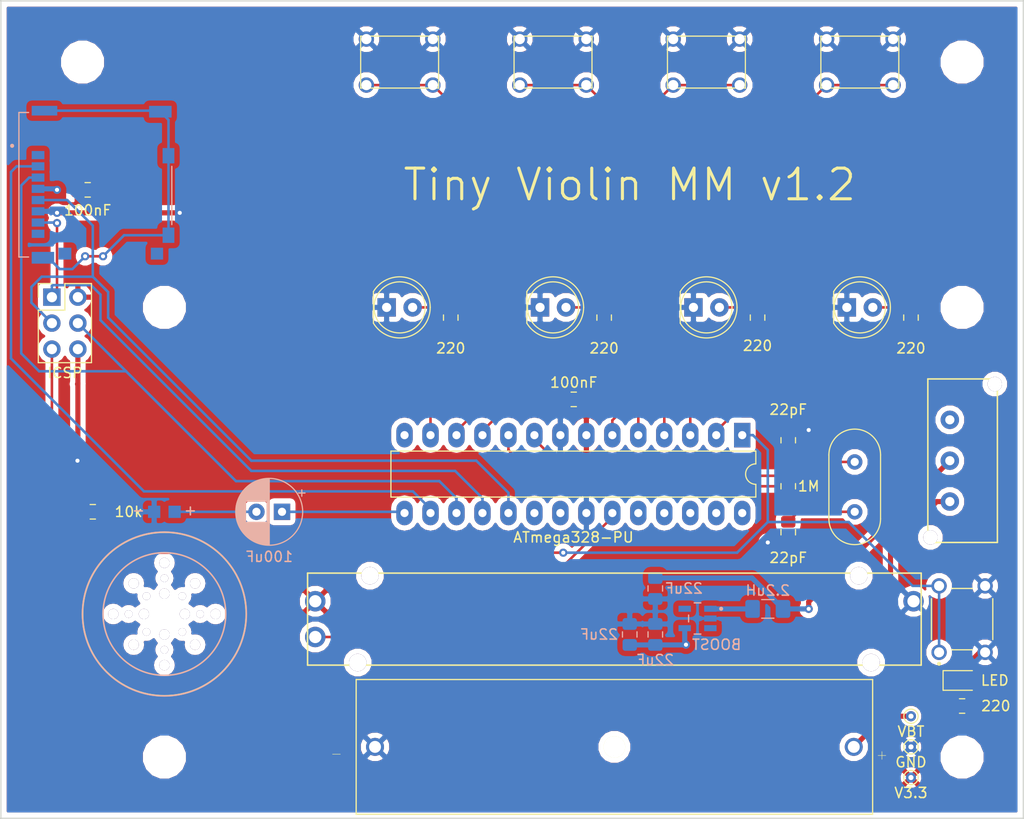
<source format=kicad_pcb>
(kicad_pcb (version 20171130) (host pcbnew "(5.0.0)")
  (layers (0 F.Cu signal) (31 B.Cu signal) (34 B.Paste user) (35 F.Paste user) (36 B.SilkS user) (37 F.SilkS user) (38 B.Mask user) (39 F.Mask user) (44 Edge.Cuts user))
  (net 0 "")
  (net 1 /MOSI)
  (net 2 +3V3)
  (net 3 /SS)
  (net 4 /MISO)
  (net 5 /SCK)
  (net 6 /BOW)
  (net 7 /SPEAKER)
  (net 8 "Net-(C2-Pad1)")
  (net 9 GND)
  (net 10 /~RST)
  (net 11 "Net-(C1-Pad1)")
  (net 12 /PB4)
  (net 13 /PB1)
  (net 14 /PB2)
  (net 15 /PB3)
  (net 16 "Net-(J2-PadP1)")
  (net 17 /BAT)
  (net 18 /BAT1)
  (net 19 "Net-(C10-Pad2)")
  (net 20 /LED1)
  (net 21 /LED2)
  (net 22 /LED3)
  (net 23 /LED4)
  (net 24 "Net-(D3-Pad2)")
  (net 25 "Net-(D4-Pad2)")
  (net 26 "Net-(D5-Pad2)")
  (net 27 "Net-(D6-Pad2)")
  (net 28 /VBOOST)
  (net 29 "Net-(U1-Pad28)")
  (net 30 "Net-(U1-Pad14)")
  (net 31 "Net-(U1-Pad27)")
  (net 32 "Net-(U1-Pad26)")
  (net 33 "Net-(U1-Pad25)")
  (net 34 "Net-(U1-Pad24)")
  (net 35 "Net-(U1-Pad21)")
  (net 36 "Net-(H2-Pad1)")
  (net 37 "Net-(H3-Pad1)")
  (net 38 "Net-(H4-Pad1)")
  (net 39 "Net-(H5-Pad1)")
  (net 40 "Net-(H6-Pad1)")
  (net 41 "Net-(H1-Pad1)")
  (net 42 "Net-(U2-Pad3)")
  (net 43 "Net-(U2-Pad5)")
  (net 44 "Net-(J2-Pad1)")
  (net 45 "Net-(J2-Pad8)")
  (net 46 "Net-(J2-PadSW)")
  (net 47 "Net-(J2-PadDT)")
  (net 48 "Net-(D2-Pad2)")
  (net 49 "Net-(U1-Pad20)")
  (net 50 "Net-(SW1-Pad3)")
  (module Capacitor_THT:CP_Radial_D6.3mm_P2.50mm (layer B.Cu) (at 47.5 70 180)
    (fp_text reference C10 hide)
    (fp_text value 100uF (at 1.25 -4.4 180) (layer B.SilkS) (effects (justify mirror)))
    (pad 2 thru_hole circle (at 2.5 0 180) (size 1.6 1.6) (drill 0.8) (layers *.Cu *.Mask) (net 19 "Net-(C10-Pad2)"))
    (pad 1 thru_hole rect (at 0 0 180) (size 1.6 1.6) (drill 0.8) (layers *.Cu *.Mask) (net 7 /SPEAKER))
  )
  (module Resistor_SMD:R_0805_2012Metric_Pad1.15x1.40mm_HandSolder (layer F.Cu) (at 114 89)
    (fp_text reference R3 hide)
    (fp_text value 220 (at 3.3 0) (layer F.SilkS))
    (pad 2 smd roundrect (at 1.025 0) (size 1.15 1.4) (layers F.Cu F.Paste F.Mask) (roundrect_rratio 0.217391) (net 48 "Net-(D2-Pad2)"))
    (pad 1 smd roundrect (at -1.025 0) (size 1.15 1.4) (layers F.Cu F.Paste F.Mask) (roundrect_rratio 0.217391) (net 2 +3V3))
  )
  (module BAT_BCAAAPC (layer F.Cu) (at 80 93)
    (fp_text reference BT1 hide)
    (fp_text value BCAAAPC hide)
    (fp_text user + (at 26.162 0.762) (layer F.SilkS) (effects (font (thickness 0.05))))
    (fp_text user + (at 26.162 0.762) (layer Edge.Cuts) (effects (font (thickness 0.05))))
    (fp_text user - (at -27.178 0.635) (layer F.SilkS) (effects (font (thickness 0.05))))
    (fp_text user - (at -27.178 0.635) (layer Edge.Cuts) (effects (font (thickness 0.05))))
    (pad N thru_hole circle (at -23.405 0) (size 1.76 1.76) (drill 1.17) (layers *.Cu *.Mask) (net 9 GND))
    (pad P thru_hole circle (at 23.405 0) (size 1.76 1.76) (drill 1.17) (layers *.Cu *.Mask) (net 17 /BAT))
    (pad Hole np_thru_hole circle (at 0 0) (size 2.11 2.11) (drill 2.11) (layers *.Cu *.Mask F.SilkS))
  )
  (module Capacitor_SMD:C_0805_2012Metric_Pad1.15x1.40mm_HandSolder (layer F.Cu) (at 28.5 38.5)
    (fp_text reference C7 hide)
    (fp_text value 100nF (at 0 2) (layer F.SilkS))
    (pad 1 smd roundrect (at -1.025 0) (size 1.15 1.4) (layers F.Cu F.Paste F.Mask) (roundrect_rratio 0.217391) (net 2 +3V3))
    (pad 2 smd roundrect (at 1.025 0) (size 1.15 1.4) (layers F.Cu F.Paste F.Mask) (roundrect_rratio 0.217391) (net 9 GND))
  )
  (module MOLEX_503182-1852 (layer B.Cu) (at 30 38 270)
    (fp_text reference J2 hide)
    (fp_text value 503182-1852 hide)
    (pad 1 smd rect (at -2.9 6.355 270) (size 0.8 1.24) (layers B.Cu B.Paste B.Mask) (net 44 "Net-(J2-Pad1)"))
    (pad 2 smd rect (at -1.8 6.355 270) (size 0.8 1.24) (layers B.Cu B.Paste B.Mask) (net 3 /SS))
    (pad 3 smd rect (at -0.7 6.355 270) (size 0.8 1.24) (layers B.Cu B.Paste B.Mask) (net 1 /MOSI))
    (pad 4 smd rect (at 0.4 6.355 270) (size 0.8 1.24) (layers B.Cu B.Paste B.Mask) (net 2 +3V3))
    (pad 5 smd rect (at 1.5 6.355 270) (size 0.8 1.24) (layers B.Cu B.Paste B.Mask) (net 5 /SCK))
    (pad 6 smd rect (at 2.6 6.355 270) (size 0.8 1.24) (layers B.Cu B.Paste B.Mask) (net 9 GND))
    (pad 7 smd rect (at 3.7 6.355 270) (size 0.8 1.24) (layers B.Cu B.Paste B.Mask) (net 4 /MISO))
    (pad 8 smd rect (at 4.8 6.355 270) (size 0.8 1.24) (layers B.Cu B.Paste B.Mask) (net 45 "Net-(J2-Pad8)"))
    (pad P1 smd rect (at -7.245 5.725 270) (size 0.95 2.5) (layers B.Cu B.Paste B.Mask) (net 16 "Net-(J2-PadP1)"))
    (pad P2 smd rect (at 7.145 5.875 270) (size 1.15 2.2) (layers B.Cu B.Paste B.Mask) (net 16 "Net-(J2-PadP1)"))
    (pad SW smd rect (at 6.74 3.725 270) (size 1.16 1.25) (layers B.Cu B.Paste B.Mask) (net 46 "Net-(J2-PadSW)"))
    (pad DT smd rect (at 6.74 -5.275 270) (size 1.16 1.2) (layers B.Cu B.Paste B.Mask) (net 47 "Net-(J2-PadDT)"))
    (pad P3 smd rect (at -7.145 -5.605 270) (size 1.15 2.2) (layers B.Cu B.Paste B.Mask) (net 16 "Net-(J2-PadP1)"))
    (pad P4 smd rect (at -2.84 -6.4 270) (size 1.5 1.15) (layers B.Cu B.Paste B.Mask) (net 16 "Net-(J2-PadP1)"))
    (pad P5 smd rect (at 4.94 -6.4 270) (size 1.5 1.15) (layers B.Cu B.Paste B.Mask) (net 16 "Net-(J2-PadP1)"))
  )
  (module SOT95P280X145-5N (layer B.Cu) (at 88.129486 80.43653 270)
    (fp_text reference U2 hide)
    (fp_text value BOOST (at 2.56347 -1.870514) (layer B.SilkS) (effects (justify mirror)))
    (pad 1 smd rect (at -0.95 -1.255 270) (size 0.59 1.21) (layers B.Cu B.Paste B.Mask) (net 28 /VBOOST))
    (pad 2 smd rect (at 0 -1.255 270) (size 0.59 1.21) (layers B.Cu B.Paste B.Mask) (net 9 GND))
    (pad 3 smd rect (at 0.95 -1.255 270) (size 0.59 1.21) (layers B.Cu B.Paste B.Mask) (net 42 "Net-(U2-Pad3)"))
    (pad 4 smd rect (at 0.95 1.255 90) (size 0.59 1.21) (layers B.Cu B.Paste B.Mask) (net 2 +3V3))
    (pad 5 smd rect (at -0.95 1.255 90) (size 0.59 1.21) (layers B.Cu B.Paste B.Mask) (net 43 "Net-(U2-Pad5)"))
  )
  (module SW_1825910-7 (layer F.Cu) (at 114 80.5 90)
    (fp_text reference SW2 hide)
    (fp_text value Tactile hide)
    (pad 1 thru_hole circle (at -3.25 -2.25 90) (size 1.498 1.498) (drill 0.99) (layers *.Cu *.Mask) (net 10 /~RST))
    (pad 2 thru_hole circle (at 3.25 -2.25 90) (size 1.498 1.498) (drill 0.99) (layers *.Cu *.Mask) (net 10 /~RST))
    (pad 3 thru_hole circle (at -3.25 2.25 90) (size 1.498 1.498) (drill 0.99) (layers *.Cu *.Mask) (net 9 GND))
    (pad 4 thru_hole circle (at 3.25 2.25 90) (size 1.498 1.498) (drill 0.99) (layers *.Cu *.Mask) (net 9 GND))
  )
  (module TestPoint:TestPoint_Pad_D1.0mm (layer F.Cu) (at 109 96)
    (fp_text reference TP3 hide)
    (fp_text value V3.3 (at 0 1.5) (layer F.SilkS))
    (pad 1 thru_hole circle (at 0 0) (size 1 1) (drill 0.5) (layers *.Cu *.Mask) (net 2 +3V3))
  )
  (module TestPoint:TestPoint_Pad_D1.0mm (layer F.Cu) (at 109 93)
    (fp_text reference TP2 hide)
    (fp_text value GND (at 0 1.5) (layer F.SilkS))
    (pad 1 thru_hole circle (at 0 0) (size 1 1) (drill 0.5) (layers *.Cu *.Mask) (net 9 GND))
  )
  (module TestPoint:TestPoint_Pad_D1.0mm (layer F.Cu) (at 109 90)
    (fp_text reference TP1 hide)
    (fp_text value VBT (at 0 1.5) (layer F.SilkS))
    (pad 1 thru_hole circle (at 0 0) (size 1 1) (drill 0.5) (layers *.Cu *.Mask) (net 17 /BAT))
  )
  (module D6:TL1105 (layer F.Cu) (at 104 26)
    (fp_text reference SW6 hide)
    (fp_text value SW_Push)
    (pad 2 thru_hole circle (at 3.25 -2.25) (size 1.5 1.5) (drill 1) (layers *.Cu *.Mask) (net 9 GND))
    (pad 2 thru_hole circle (at -3.25 -2.25) (size 1.5 1.5) (drill 1) (layers *.Cu *.Mask) (net 9 GND))
    (pad 1 thru_hole circle (at 3.25 2.25) (size 1.5 1.5) (drill 1) (layers *.Cu *.Mask) (net 12 /PB4))
    (pad 1 thru_hole circle (at -3.25 2.25) (size 1.5 1.5) (drill 1) (layers *.Cu *.Mask) (net 12 /PB4))
  )
  (module D6:TL1105 (layer F.Cu) (at 89 26)
    (fp_text reference SW5 hide)
    (fp_text value SW_Push)
    (pad 2 thru_hole circle (at 3.25 -2.25) (size 1.5 1.5) (drill 1) (layers *.Cu *.Mask) (net 9 GND))
    (pad 2 thru_hole circle (at -3.25 -2.25) (size 1.5 1.5) (drill 1) (layers *.Cu *.Mask) (net 9 GND))
    (pad 1 thru_hole circle (at 3.25 2.25) (size 1.5 1.5) (drill 1) (layers *.Cu *.Mask) (net 15 /PB3))
    (pad 1 thru_hole circle (at -3.25 2.25) (size 1.5 1.5) (drill 1) (layers *.Cu *.Mask) (net 15 /PB3))
  )
  (module D6:TL1105 (layer F.Cu) (at 74 26)
    (fp_text reference SW4 hide)
    (fp_text value SW_Push)
    (pad 2 thru_hole circle (at 3.25 -2.25) (size 1.5 1.5) (drill 1) (layers *.Cu *.Mask) (net 9 GND))
    (pad 2 thru_hole circle (at -3.25 -2.25) (size 1.5 1.5) (drill 1) (layers *.Cu *.Mask) (net 9 GND))
    (pad 1 thru_hole circle (at 3.25 2.25) (size 1.5 1.5) (drill 1) (layers *.Cu *.Mask) (net 14 /PB2))
    (pad 1 thru_hole circle (at -3.25 2.25) (size 1.5 1.5) (drill 1) (layers *.Cu *.Mask) (net 14 /PB2))
  )
  (module D6:TL1105 (layer F.Cu) (at 59 26)
    (fp_text reference SW3 hide)
    (fp_text value SW_Push)
    (pad 2 thru_hole circle (at 3.25 -2.25) (size 1.5 1.5) (drill 1) (layers *.Cu *.Mask) (net 9 GND))
    (pad 2 thru_hole circle (at -3.25 -2.25) (size 1.5 1.5) (drill 1) (layers *.Cu *.Mask) (net 9 GND))
    (pad 1 thru_hole circle (at 3.25 2.25) (size 1.5 1.5) (drill 1) (layers *.Cu *.Mask) (net 13 /PB1))
    (pad 1 thru_hole circle (at -3.25 2.25) (size 1.5 1.5) (drill 1) (layers *.Cu *.Mask) (net 13 /PB1))
  )
  (module Resistor_SMD:R_0805_2012Metric_Pad1.15x1.40mm_HandSolder (layer F.Cu) (at 109 51 90)
    (fp_text reference R7 hide)
    (fp_text value 220 (at -3 0 180) (layer F.SilkS))
    (pad 2 smd roundrect (at 1.025 0 90) (size 1.15 1.4) (layers F.Cu F.Paste F.Mask) (roundrect_rratio 0.217391) (net 27 "Net-(D6-Pad2)"))
    (pad 1 smd roundrect (at -1.025 0 90) (size 1.15 1.4) (layers F.Cu F.Paste F.Mask) (roundrect_rratio 0.217391) (net 23 /LED4))
  )
  (module Resistor_SMD:R_0805_2012Metric_Pad1.15x1.40mm_HandSolder (layer F.Cu) (at 94 51 90)
    (fp_text reference R6 hide)
    (fp_text value 220 (at -2.75 0 180) (layer F.SilkS))
    (pad 2 smd roundrect (at 1.025 0 90) (size 1.15 1.4) (layers F.Cu F.Paste F.Mask) (roundrect_rratio 0.217391) (net 26 "Net-(D5-Pad2)"))
    (pad 1 smd roundrect (at -1.025 0 90) (size 1.15 1.4) (layers F.Cu F.Paste F.Mask) (roundrect_rratio 0.217391) (net 22 /LED3))
  )
  (module Resistor_SMD:R_0805_2012Metric_Pad1.15x1.40mm_HandSolder (layer F.Cu) (at 79 51 90)
    (fp_text reference R5 hide)
    (fp_text value 220 (at -3 0 180) (layer F.SilkS))
    (pad 2 smd roundrect (at 1.025 0 90) (size 1.15 1.4) (layers F.Cu F.Paste F.Mask) (roundrect_rratio 0.217391) (net 25 "Net-(D4-Pad2)"))
    (pad 1 smd roundrect (at -1.025 0 90) (size 1.15 1.4) (layers F.Cu F.Paste F.Mask) (roundrect_rratio 0.217391) (net 21 /LED2))
  )
  (module Resistor_SMD:R_0805_2012Metric_Pad1.15x1.40mm_HandSolder (layer F.Cu) (at 64 51 90)
    (fp_text reference R4 hide)
    (fp_text value 220 (at -3 0 180) (layer F.SilkS))
    (pad 2 smd roundrect (at 1.025 0 90) (size 1.15 1.4) (layers F.Cu F.Paste F.Mask) (roundrect_rratio 0.217391) (net 24 "Net-(D3-Pad2)"))
    (pad 1 smd roundrect (at -1.025 0 90) (size 1.15 1.4) (layers F.Cu F.Paste F.Mask) (roundrect_rratio 0.217391) (net 20 /LED1))
  )
  (module LED_THT:LED_D5.0mm (layer F.Cu) (at 102.73 50)
    (fp_text reference D6 hide)
    (fp_text value LED)
    (pad 2 thru_hole circle (at 2.54 0) (size 1.8 1.8) (drill 0.9) (layers *.Cu *.Mask) (net 27 "Net-(D6-Pad2)"))
    (pad 1 thru_hole rect (at 0 0) (size 1.8 1.8) (drill 0.9) (layers *.Cu *.Mask) (net 9 GND))
  )
  (module LED_THT:LED_D5.0mm (layer F.Cu) (at 87.73 50)
    (fp_text reference D5 hide)
    (fp_text value LED)
    (pad 2 thru_hole circle (at 2.54 0) (size 1.8 1.8) (drill 0.9) (layers *.Cu *.Mask) (net 26 "Net-(D5-Pad2)"))
    (pad 1 thru_hole rect (at 0 0) (size 1.8 1.8) (drill 0.9) (layers *.Cu *.Mask) (net 9 GND))
  )
  (module LED_THT:LED_D5.0mm (layer F.Cu) (at 72.73 50)
    (fp_text reference D4 hide)
    (fp_text value LED)
    (pad 2 thru_hole circle (at 2.54 0) (size 1.8 1.8) (drill 0.9) (layers *.Cu *.Mask) (net 25 "Net-(D4-Pad2)"))
    (pad 1 thru_hole rect (at 0 0) (size 1.8 1.8) (drill 0.9) (layers *.Cu *.Mask) (net 9 GND))
  )
  (module LED_THT:LED_D5.0mm (layer F.Cu) (at 57.73 50)
    (fp_text reference D3 hide)
    (fp_text value LED)
    (pad 2 thru_hole circle (at 2.54 0) (size 1.8 1.8) (drill 0.9) (layers *.Cu *.Mask) (net 24 "Net-(D3-Pad2)"))
    (pad 1 thru_hole rect (at 0 0) (size 1.8 1.8) (drill 0.9) (layers *.Cu *.Mask) (net 9 GND))
  )
  (module Package_DIP:DIP-28_W7.62mm_LongPads (layer F.Cu) (at 92.5 62.5 270)
    (fp_text reference U1 hide)
    (fp_text value ATmega328-PU (at 10 16.5) (layer F.SilkS))
    (pad 28 thru_hole oval (at 7.62 0 270) (size 2.4 1.6) (drill 0.8) (layers *.Cu *.Mask) (net 29 "Net-(U1-Pad28)"))
    (pad 14 thru_hole oval (at 0 33.02 270) (size 2.4 1.6) (drill 0.8) (layers *.Cu *.Mask) (net 30 "Net-(U1-Pad14)"))
    (pad 27 thru_hole oval (at 7.62 2.54 270) (size 2.4 1.6) (drill 0.8) (layers *.Cu *.Mask) (net 31 "Net-(U1-Pad27)"))
    (pad 13 thru_hole oval (at 0 30.48 270) (size 2.4 1.6) (drill 0.8) (layers *.Cu *.Mask) (net 20 /LED1))
    (pad 26 thru_hole oval (at 7.62 5.08 270) (size 2.4 1.6) (drill 0.8) (layers *.Cu *.Mask) (net 32 "Net-(U1-Pad26)"))
    (pad 12 thru_hole oval (at 0 27.94 270) (size 2.4 1.6) (drill 0.8) (layers *.Cu *.Mask) (net 13 /PB1))
    (pad 25 thru_hole oval (at 7.62 7.62 270) (size 2.4 1.6) (drill 0.8) (layers *.Cu *.Mask) (net 33 "Net-(U1-Pad25)"))
    (pad 11 thru_hole oval (at 0 25.4 270) (size 2.4 1.6) (drill 0.8) (layers *.Cu *.Mask) (net 21 /LED2))
    (pad 24 thru_hole oval (at 7.62 10.16 270) (size 2.4 1.6) (drill 0.8) (layers *.Cu *.Mask) (net 34 "Net-(U1-Pad24)"))
    (pad 10 thru_hole oval (at 0 22.86 270) (size 2.4 1.6) (drill 0.8) (layers *.Cu *.Mask) (net 11 "Net-(C1-Pad1)"))
    (pad 23 thru_hole oval (at 7.62 12.7 270) (size 2.4 1.6) (drill 0.8) (layers *.Cu *.Mask) (net 6 /BOW))
    (pad 9 thru_hole oval (at 0 20.32 270) (size 2.4 1.6) (drill 0.8) (layers *.Cu *.Mask) (net 8 "Net-(C2-Pad1)"))
    (pad 22 thru_hole oval (at 7.62 15.24 270) (size 2.4 1.6) (drill 0.8) (layers *.Cu *.Mask) (net 9 GND))
    (pad 8 thru_hole oval (at 0 17.78 270) (size 2.4 1.6) (drill 0.8) (layers *.Cu *.Mask) (net 9 GND))
    (pad 21 thru_hole oval (at 7.62 17.78 270) (size 2.4 1.6) (drill 0.8) (layers *.Cu *.Mask) (net 35 "Net-(U1-Pad21)"))
    (pad 7 thru_hole oval (at 0 15.24 270) (size 2.4 1.6) (drill 0.8) (layers *.Cu *.Mask) (net 2 +3V3))
    (pad 20 thru_hole oval (at 7.62 20.32 270) (size 2.4 1.6) (drill 0.8) (layers *.Cu *.Mask) (net 49 "Net-(U1-Pad20)"))
    (pad 6 thru_hole oval (at 0 12.7 270) (size 2.4 1.6) (drill 0.8) (layers *.Cu *.Mask) (net 14 /PB2))
    (pad 19 thru_hole oval (at 7.62 22.86 270) (size 2.4 1.6) (drill 0.8) (layers *.Cu *.Mask) (net 5 /SCK))
    (pad 5 thru_hole oval (at 0 10.16 270) (size 2.4 1.6) (drill 0.8) (layers *.Cu *.Mask) (net 15 /PB3))
    (pad 18 thru_hole oval (at 7.62 25.4 270) (size 2.4 1.6) (drill 0.8) (layers *.Cu *.Mask) (net 4 /MISO))
    (pad 4 thru_hole oval (at 0 7.62 270) (size 2.4 1.6) (drill 0.8) (layers *.Cu *.Mask) (net 12 /PB4))
    (pad 17 thru_hole oval (at 7.62 27.94 270) (size 2.4 1.6) (drill 0.8) (layers *.Cu *.Mask) (net 1 /MOSI))
    (pad 3 thru_hole oval (at 0 5.08 270) (size 2.4 1.6) (drill 0.8) (layers *.Cu *.Mask) (net 22 /LED3))
    (pad 16 thru_hole oval (at 7.62 30.48 270) (size 2.4 1.6) (drill 0.8) (layers *.Cu *.Mask) (net 3 /SS))
    (pad 2 thru_hole oval (at 0 2.54 270) (size 2.4 1.6) (drill 0.8) (layers *.Cu *.Mask) (net 23 /LED4))
    (pad 15 thru_hole oval (at 7.62 33.02 270) (size 2.4 1.6) (drill 0.8) (layers *.Cu *.Mask) (net 7 /SPEAKER))
    (pad 1 thru_hole rect (at 0 0 270) (size 2.4 1.6) (drill 0.8) (layers *.Cu *.Mask) (net 10 /~RST))
  )
  (module Connector_PinHeader_2.54mm:PinHeader_2x03_P2.54mm_Vertical (layer F.Cu) (at 25 49)
    (fp_text reference J1 hide)
    (fp_text value ICSP (at 1.27 7.41) (layer F.SilkS))
    (pad 6 thru_hole oval (at 2.54 5.08) (size 1.7 1.7) (drill 1) (layers *.Cu *.Mask) (net 9 GND))
    (pad 5 thru_hole oval (at 0 5.08) (size 1.7 1.7) (drill 1) (layers *.Cu *.Mask) (net 10 /~RST))
    (pad 4 thru_hole oval (at 2.54 2.54) (size 1.7 1.7) (drill 1) (layers *.Cu *.Mask) (net 1 /MOSI))
    (pad 3 thru_hole oval (at 0 2.54) (size 1.7 1.7) (drill 1) (layers *.Cu *.Mask) (net 5 /SCK))
    (pad 2 thru_hole oval (at 2.54 0) (size 1.7 1.7) (drill 1) (layers *.Cu *.Mask) (net 2 +3V3))
    (pad 1 thru_hole rect (at 0 0) (size 1.7 1.7) (drill 1) (layers *.Cu *.Mask) (net 4 /MISO))
  )
  (module MountingHole:MountingHole_3.2mm_M3 (layer F.Cu) (at 28 26)
    (fp_text reference H1 hide)
    (fp_text value M3)
    (pad 1 np_thru_hole circle (at 0 0) (size 3.2 3.2) (drill 3.2) (layers *.Cu *.Mask) (net 41 "Net-(H1-Pad1)"))
  )
  (module MountingHole:MountingHole_3.2mm_M3 (layer F.Cu) (at 36 50)
    (fp_text reference H2 hide)
    (fp_text value M3)
    (pad 1 np_thru_hole circle (at 0 0) (size 3.2 3.2) (drill 3.2) (layers *.Cu *.Mask) (net 36 "Net-(H2-Pad1)"))
  )
  (module MountingHole:MountingHole_3.2mm_M3 (layer F.Cu) (at 36 94)
    (fp_text reference H3 hide)
    (fp_text value M3)
    (pad 1 np_thru_hole circle (at 0 0) (size 3.2 3.2) (drill 3.2) (layers *.Cu *.Mask) (net 37 "Net-(H3-Pad1)"))
  )
  (module MountingHole:MountingHole_3.2mm_M3 (layer F.Cu) (at 114 26)
    (fp_text reference H4 hide)
    (fp_text value M3)
    (pad 1 np_thru_hole circle (at 0 0) (size 3.2 3.2) (drill 3.2) (layers *.Cu *.Mask) (net 38 "Net-(H4-Pad1)"))
  )
  (module MountingHole:MountingHole_3.2mm_M3 (layer F.Cu) (at 114 50)
    (fp_text reference H5 hide)
    (fp_text value M3)
    (pad 1 np_thru_hole circle (at 0 0) (size 3.2 3.2) (drill 3.2) (layers *.Cu *.Mask) (net 39 "Net-(H5-Pad1)"))
  )
  (module MountingHole:MountingHole_3.2mm_M3 (layer F.Cu) (at 114 94)
    (fp_text reference H6 hide)
    (fp_text value M3)
    (pad 1 np_thru_hole circle (at 0 0) (size 3.2 3.2) (drill 3.2) (layers *.Cu *.Mask) (net 40 "Net-(H6-Pad1)"))
  )
  (module Capacitor_SMD:C_0805_2012Metric_Pad1.15x1.40mm_HandSolder (layer F.Cu) (at 97 72 270)
    (fp_text reference C1 hide)
    (fp_text value 22pF (at 2.5 0) (layer F.SilkS))
    (pad 2 smd roundrect (at 1.025 0 270) (size 1.15 1.4) (layers F.Cu F.Paste F.Mask) (roundrect_rratio 0.217391) (net 9 GND))
    (pad 1 smd roundrect (at -1.025 0 270) (size 1.15 1.4) (layers F.Cu F.Paste F.Mask) (roundrect_rratio 0.217391) (net 11 "Net-(C1-Pad1)"))
  )
  (module Capacitor_SMD:C_0805_2012Metric_Pad1.15x1.40mm_HandSolder (layer F.Cu) (at 97 63 90)
    (fp_text reference C2 hide)
    (fp_text value 22pF (at 3 0 180) (layer F.SilkS))
    (pad 2 smd roundrect (at 1.025 0 90) (size 1.15 1.4) (layers F.Cu F.Paste F.Mask) (roundrect_rratio 0.217391) (net 9 GND))
    (pad 1 smd roundrect (at -1.025 0 90) (size 1.15 1.4) (layers F.Cu F.Paste F.Mask) (roundrect_rratio 0.217391) (net 8 "Net-(C2-Pad1)"))
  )
  (module Capacitor_SMD:C_0805_2012Metric_Pad1.15x1.40mm_HandSolder (layer F.Cu) (at 76.025 59 180)
    (fp_text reference C3 hide)
    (fp_text value 100nF (at 0 1.65 180) (layer F.SilkS))
    (pad 2 smd roundrect (at 1.025 0 180) (size 1.15 1.4) (layers F.Cu F.Paste F.Mask) (roundrect_rratio 0.217391) (net 9 GND))
    (pad 1 smd roundrect (at -1.025 0 180) (size 1.15 1.4) (layers F.Cu F.Paste F.Mask) (roundrect_rratio 0.217391) (net 2 +3V3))
  )
  (module Capacitor_SMD:C_0805_2012Metric_Pad1.15x1.40mm_HandSolder (layer B.Cu) (at 84 77.5 270)
    (fp_text reference C4 hide)
    (fp_text value 22uF (at 0 -2.8) (layer B.SilkS) (effects (justify mirror)))
    (pad 2 smd roundrect (at 1.025 0 270) (size 1.15 1.4) (layers B.Cu B.Paste B.Mask) (roundrect_rratio 0.217391) (net 9 GND))
    (pad 1 smd roundrect (at -1.025 0 270) (size 1.15 1.4) (layers B.Cu B.Paste B.Mask) (roundrect_rratio 0.217391) (net 18 /BAT1))
  )
  (module Capacitor_SMD:C_0805_2012Metric_Pad1.15x1.40mm_HandSolder (layer B.Cu) (at 81.5 82 90)
    (fp_text reference C5 hide)
    (fp_text value 22uF (at 0 -3 180) (layer B.SilkS) (effects (justify mirror)))
    (pad 2 smd roundrect (at 1.025 0 90) (size 1.15 1.4) (layers B.Cu B.Paste B.Mask) (roundrect_rratio 0.217391) (net 9 GND))
    (pad 1 smd roundrect (at -1.025 0 90) (size 1.15 1.4) (layers B.Cu B.Paste B.Mask) (roundrect_rratio 0.217391) (net 2 +3V3))
  )
  (module Capacitor_SMD:C_0805_2012Metric_Pad1.15x1.40mm_HandSolder (layer B.Cu) (at 84 82 90)
    (fp_text reference C6 hide)
    (fp_text value 22uF (at -2.5 0 180) (layer B.SilkS) (effects (justify mirror)))
    (pad 2 smd roundrect (at 1.025 0 90) (size 1.15 1.4) (layers B.Cu B.Paste B.Mask) (roundrect_rratio 0.217391) (net 9 GND))
    (pad 1 smd roundrect (at -1.025 0 90) (size 1.15 1.4) (layers B.Cu B.Paste B.Mask) (roundrect_rratio 0.217391) (net 2 +3V3))
  )
  (module Crystal:Crystal_HC49-U_Vertical (layer F.Cu) (at 103.5 70 90)
    (fp_text reference Y1 hide)
    (fp_text value "Crystal 8MHz")
    (pad 2 thru_hole circle (at 4.88 0 90) (size 1.5 1.5) (drill 0.8) (layers *.Cu *.Mask) (net 8 "Net-(C2-Pad1)"))
    (pad 1 thru_hole circle (at 0 0 90) (size 1.5 1.5) (drill 0.8) (layers *.Cu *.Mask) (net 11 "Net-(C1-Pad1)"))
  )
  (module Inductor_SMD:L_1206_3216Metric_Pad1.42x1.75mm_HandSolder (layer B.Cu) (at 95 79.5 180)
    (fp_text reference L1 hide)
    (fp_text value 2.2uH (at 0 1.8 180) (layer B.SilkS) (effects (justify mirror)))
    (pad 2 smd roundrect (at 1.4875 0 180) (size 1.425 1.75) (layers B.Cu B.Paste B.Mask) (roundrect_rratio 0.175439) (net 28 /VBOOST))
    (pad 1 smd roundrect (at -1.4875 0 180) (size 1.425 1.75) (layers B.Cu B.Paste B.Mask) (roundrect_rratio 0.175439) (net 18 /BAT1))
  )
  (module LED_SMD:LED_0805_2012Metric_Pad1.15x1.40mm_HandSolder (layer F.Cu) (at 114 86.5)
    (fp_text reference D2 hide)
    (fp_text value LED (at 3.2 0 -180) (layer F.SilkS))
    (pad 2 smd roundrect (at 1.025 0) (size 1.15 1.4) (layers F.Cu F.Paste F.Mask) (roundrect_rratio 0.217391) (net 48 "Net-(D2-Pad2)"))
    (pad 1 smd roundrect (at -1.025 0) (size 1.15 1.4) (layers F.Cu F.Paste F.Mask) (roundrect_rratio 0.217391) (net 9 GND))
  )
  (module MHS122:MHS122 (layer F.Cu) (at 112.8 65 180)
    (fp_text reference SW1 hide)
    (fp_text value SW_SPDT)
    (pad "" thru_hole circle (at -4.4 7.5 180) (size 1.4 1.4) (drill 1.4) (layers *.Cu *.Mask))
    (pad "" thru_hole circle (at 1.9 -7.5 180) (size 1.4 1.4) (drill 1.4) (layers *.Cu *.Mask))
    (pad 1 thru_hole circle (at 0 -4 180) (size 1.8 1.8) (drill 0.9) (layers *.Cu *.Mask) (net 17 /BAT))
    (pad 3 thru_hole circle (at 0 4 180) (size 1.8 1.8) (drill 0.9) (layers *.Cu *.Mask) (net 50 "Net-(SW1-Pad3)"))
    (pad 2 thru_hole circle (at 0 0 180) (size 1.8 1.8) (drill 0.9) (layers *.Cu *.Mask) (net 18 /BAT1))
  )
  (module PTA:PTA4543 (layer F.Cu) (at 80 80.5 90)
    (fp_text reference RV1 hide)
    (fp_text value R_POT)
    (pad "" thru_hole circle (at -4.25 25.1 90) (size 1.7 1.7) (drill 1.7) (layers *.Cu *.Mask))
    (pad 3 thru_hole circle (at 1.75 29.25 90) (size 2 2) (drill 1.2) (layers *.Cu *.Mask) (net 9 GND))
    (pad "" thru_hole circle (at 4.25 23.9 90) (size 1.7 1.7) (drill 1.7) (layers *.Cu *.Mask))
    (pad 1 thru_hole circle (at 1.75 -29.25 90) (size 2 2) (drill 1.2) (layers *.Cu *.Mask) (net 2 +3V3))
    (pad "" thru_hole circle (at 4.25 -23.9 90) (size 1.7 1.7) (drill 1.7) (layers *.Cu *.Mask))
    (pad 2 thru_hole circle (at -1.75 -29.25 90) (size 2 2) (drill 1.2) (layers *.Cu *.Mask) (net 6 /BOW))
    (pad "" thru_hole circle (at -4.25 -25.1 90) (size 1.7 1.7) (drill 1.7) (layers *.Cu *.Mask))
  )
  (module Resistor_SMD:R_0805_2012Metric_Pad1.15x1.40mm_HandSolder (layer F.Cu) (at 97 67.5 270)
    (fp_text reference R1 hide)
    (fp_text value 1M (at 0 -2) (layer F.SilkS))
    (pad 2 smd roundrect (at 1.025 0 270) (size 1.15 1.4) (layers F.Cu F.Paste F.Mask) (roundrect_rratio 0.217391) (net 11 "Net-(C1-Pad1)"))
    (pad 1 smd roundrect (at -1.025 0 270) (size 1.15 1.4) (layers F.Cu F.Paste F.Mask) (roundrect_rratio 0.217391) (net 8 "Net-(C2-Pad1)"))
  )
  (module Resistor_SMD:R_0805_2012Metric_Pad1.15x1.40mm_HandSolder (layer F.Cu) (at 29 70 180)
    (fp_text reference R2 hide)
    (fp_text value 10k (at -3.5 0) (layer F.SilkS))
    (pad 2 smd roundrect (at 1.025 0 180) (size 1.15 1.4) (layers F.Cu F.Paste F.Mask) (roundrect_rratio 0.217391) (net 10 /~RST))
    (pad 1 smd roundrect (at -1.025 0 180) (size 1.15 1.4) (layers F.Cu F.Paste F.Mask) (roundrect_rratio 0.217391) (net 2 +3V3))
  )
  (module SP-1605:SP-1605 (layer B.Cu) (at 36 80 180)
    (fp_text reference LS1 hide)
    (fp_text value Speaker hide)
    (fp_text user - (at 2.54 10.16) (layer B.SilkS) (effects (justify mirror)))
    (fp_text user + (at -2.54 10.16) (layer B.SilkS) (effects (justify mirror)))
    (pad "" thru_hole oval (at 3 -3 180) (size 1 1) (drill oval 1) (layers *.Cu *.Mask))
    (pad "" thru_hole oval (at -3 -3 180) (size 1 1) (drill oval 1) (layers *.Cu *.Mask))
    (pad "" thru_hole oval (at -3 3 180) (size 1 1) (drill oval 1) (layers *.Cu *.Mask))
    (pad "" thru_hole oval (at -1.75 1.75 180) (size 0.75 0.75) (drill oval 0.75) (layers *.Cu *.Mask))
    (pad "" thru_hole oval (at -1.75 -1.75 180) (size 0.75 0.75) (drill oval 0.75) (layers *.Cu *.Mask))
    (pad "" thru_hole oval (at 1.75 -1.75 180) (size 0.75 0.75) (drill oval 0.75) (layers *.Cu *.Mask))
    (pad "" thru_hole oval (at 3 3 180) (size 1 1) (drill oval 1) (layers *.Cu *.Mask))
    (pad "" thru_hole oval (at 1.75 1.75 180) (size 0.75 0.75) (drill oval 0.75) (layers *.Cu *.Mask))
    (pad "" thru_hole oval (at 3.5 0 180) (size 0.75 0.75) (drill oval 0.75) (layers *.Cu *.Mask))
    (pad "" thru_hole oval (at 0 -3.5 180) (size 0.75 0.75) (drill oval 0.75) (layers *.Cu *.Mask))
    (pad "" thru_hole oval (at 0 3.5 180) (size 0.75 0.75) (drill oval 0.75) (layers *.Cu *.Mask))
    (pad "" thru_hole oval (at 0 5 180) (size 1 1) (drill oval 1) (layers *.Cu *.Mask))
    (pad "" thru_hole oval (at 0 2 180) (size 1 1) (drill oval 1) (layers *.Cu *.Mask))
    (pad "" thru_hole oval (at 0 -5 180) (size 1 1) (drill oval 1) (layers *.Cu *.Mask))
    (pad "" thru_hole oval (at 0 -2 180) (size 1 1) (drill oval 1) (layers *.Cu *.Mask))
    (pad "" thru_hole oval (at 5 0 180) (size 1 1) (drill oval 1) (layers *.Cu *.Mask))
    (pad "" thru_hole oval (at 2 0 180) (size 1 1) (drill oval 1) (layers *.Cu *.Mask))
    (pad "" thru_hole oval (at -5 0 180) (size 1 1) (drill oval 1) (layers *.Cu *.Mask))
    (pad "" thru_hole oval (at -3.5 0 180) (size 0.75 0.75) (drill oval 0.75) (layers *.Cu *.Mask))
    (pad "" thru_hole oval (at -2 0 180) (size 1 1) (drill oval 1) (layers *.Cu *.Mask))
    (pad 2 smd rect (at 1 10 180) (size 1.2 1.2) (layers B.Cu B.Adhes B.Paste B.Mask) (net 9 GND))
    (pad 1 smd rect (at -1 10 180) (size 1.2 1.2) (layers B.Cu B.Adhes B.Paste B.Mask) (net 19 "Net-(C10-Pad2)"))
  )
  (gr_line (start 20 20) (end 120 20) (layer Edge.Cuts) (width 0.15))
  (gr_text "Tiny Violin MM v1.2" (at 81.5 38) (layer F.SilkS) (effects (font (size 3 3) (thickness 0.3))))
  (gr_line (start 20 100) (end 20 20) (layer Edge.Cuts) (width 0.15))
  (gr_line (start 120 100) (end 20 100) (layer Edge.Cuts) (width 0.15))
  (gr_line (start 120 20) (end 120 100) (layer Edge.Cuts) (width 0.15))
  (segment (start 64.56 69.72) (end 64.56 70.12) (width 0.25) (layer B.Cu) (net 1))
  (segment (start 62.89 67) (end 43 67) (width 0.25) (layer B.Cu) (net 1))
  (segment (start 64.56 70.12) (end 64.56 68.67) (width 0.25) (layer B.Cu) (net 1))
  (segment (start 64.56 68.67) (end 62.89 67) (width 0.25) (layer B.Cu) (net 1))
  (segment (start 22.775 37.3) (end 22 38.075) (width 0.25) (layer B.Cu) (net 1))
  (segment (start 23.645 37.3) (end 22.775 37.3) (width 0.25) (layer B.Cu) (net 1))
  (segment (start 22 38.075) (end 22 54.5) (width 0.25) (layer B.Cu) (net 1))
  (segment (start 23.75 56.25) (end 32.25 56.25) (width 0.25) (layer B.Cu) (net 1))
  (segment (start 22 54.5) (end 23.75 56.25) (width 0.25) (layer B.Cu) (net 1))
  (segment (start 43 67) (end 32.25 56.25) (width 0.25) (layer B.Cu) (net 1))
  (segment (start 32.25 56.25) (end 27.54 51.54) (width 0.25) (layer B.Cu) (net 1))
  (via (at 25.5 38.5) (size 0.8) (drill 0.4) (layers F.Cu B.Cu) (net 2))
  (segment (start 25.4 38.4) (end 25.5 38.5) (width 0.5) (layer B.Cu) (net 2))
  (segment (start 23.645 38.4) (end 25.4 38.4) (width 0.5) (layer B.Cu) (net 2))
  (via (at 87 83) (size 0.8) (drill 0.4) (layers F.Cu B.Cu) (net 2))
  (segment (start 86.874486 82.874486) (end 87 83) (width 0.5) (layer B.Cu) (net 2))
  (segment (start 86.874486 81.38653) (end 86.874486 82.874486) (width 0.5) (layer B.Cu) (net 2))
  (segment (start 86.96153 82.96153) (end 87 83) (width 0.5) (layer B.Cu) (net 2))
  (segment (start 81.5 83.025) (end 84 83.025) (width 0.5) (layer B.Cu) (net 2))
  (segment (start 86.975 83.025) (end 87 83) (width 0.5) (layer B.Cu) (net 2))
  (segment (start 84 83.025) (end 86.975 83.025) (width 0.5) (layer B.Cu) (net 2))
  (segment (start 62.02 69.72) (end 62.02 70.12) (width 0.25) (layer B.Cu) (net 3))
  (segment (start 23.645 36.2) (end 21.55 36.2) (width 0.25) (layer B.Cu) (net 3))
  (segment (start 21 36.75) (end 21 55) (width 0.25) (layer B.Cu) (net 3))
  (segment (start 21 55) (end 34 68) (width 0.25) (layer B.Cu) (net 3))
  (segment (start 21.55 36.2) (end 21 36.75) (width 0.25) (layer B.Cu) (net 3))
  (segment (start 34 68) (end 60.3 68) (width 0.25) (layer B.Cu) (net 3))
  (segment (start 60.3 68) (end 62.02 69.72) (width 0.25) (layer B.Cu) (net 3))
  (via (at 25.5 41.75) (size 0.8) (drill 0.4) (layers F.Cu B.Cu) (net 4))
  (segment (start 25.075001 47.824999) (end 25 47.9) (width 0.25) (layer B.Cu) (net 4))
  (segment (start 28.824999 47.824999) (end 25.075001 47.824999) (width 0.25) (layer B.Cu) (net 4))
  (segment (start 67.1 70.12) (end 67.1 68.67) (width 0.25) (layer B.Cu) (net 4))
  (segment (start 67.1 68.67) (end 64.43 66) (width 0.25) (layer B.Cu) (net 4))
  (segment (start 64.43 66) (end 44.5 66) (width 0.25) (layer B.Cu) (net 4))
  (segment (start 44.5 66) (end 29.75 51.25) (width 0.25) (layer B.Cu) (net 4))
  (segment (start 29.75 51.25) (end 29.75 48.75) (width 0.25) (layer B.Cu) (net 4))
  (segment (start 25 47.9) (end 25 49) (width 0.25) (layer B.Cu) (net 4))
  (segment (start 29.75 48.75) (end 28.824999 47.824999) (width 0.25) (layer B.Cu) (net 4))
  (segment (start 25.45 41.7) (end 25.5 41.75) (width 0.25) (layer B.Cu) (net 4))
  (segment (start 23.645 41.7) (end 25.45 41.7) (width 0.25) (layer B.Cu) (net 4))
  (segment (start 25.5 48.5) (end 25 49) (width 0.25) (layer F.Cu) (net 4))
  (segment (start 25.5 41.75) (end 25.5 48.5) (width 0.25) (layer F.Cu) (net 4))
  (segment (start 69.64 70.12) (end 69.64 70.52) (width 0.25) (layer B.Cu) (net 5))
  (segment (start 69.64 69.72) (end 69.64 70.12) (width 0.25) (layer B.Cu) (net 5))
  (segment (start 66.5 65) (end 69.64 68.14) (width 0.25) (layer B.Cu) (net 5))
  (segment (start 44.5 65) (end 66.5 65) (width 0.25) (layer B.Cu) (net 5))
  (segment (start 30.5 51) (end 44.5 65) (width 0.25) (layer B.Cu) (net 5))
  (segment (start 25 51.54) (end 23 49.54) (width 0.25) (layer B.Cu) (net 5))
  (segment (start 23 49.54) (end 23 48) (width 0.25) (layer B.Cu) (net 5))
  (segment (start 23 48) (end 24 47) (width 0.25) (layer B.Cu) (net 5))
  (segment (start 24 47) (end 29 47) (width 0.25) (layer B.Cu) (net 5))
  (segment (start 69.64 68.14) (end 69.64 70.12) (width 0.25) (layer B.Cu) (net 5))
  (segment (start 30.5 48.5) (end 30.5 51) (width 0.25) (layer B.Cu) (net 5))
  (segment (start 29 47) (end 30.5 48.5) (width 0.25) (layer B.Cu) (net 5))
  (segment (start 26.5 39.5) (end 23.645 39.5) (width 0.25) (layer B.Cu) (net 5))
  (segment (start 29 47) (end 29 42) (width 0.25) (layer B.Cu) (net 5))
  (segment (start 29 42) (end 26.5 39.5) (width 0.25) (layer B.Cu) (net 5))
  (segment (start 79.8 70.52) (end 79.8 70.12) (width 0.25) (layer F.Cu) (net 6))
  (segment (start 68.07 82.25) (end 79.8 70.52) (width 0.25) (layer F.Cu) (net 6))
  (segment (start 50.75 82.25) (end 68.07 82.25) (width 0.25) (layer F.Cu) (net 6))
  (segment (start 59.36 70) (end 59.48 70.12) (width 0.25) (layer B.Cu) (net 7))
  (segment (start 47.5 70) (end 59.36 70) (width 0.25) (layer B.Cu) (net 7))
  (segment (start 98.355 65.12) (end 97 66.475) (width 0.25) (layer F.Cu) (net 8))
  (segment (start 103.5 65.12) (end 98.355 65.12) (width 0.25) (layer F.Cu) (net 8))
  (segment (start 98.095 65.12) (end 98.355 65.12) (width 0.25) (layer F.Cu) (net 8))
  (segment (start 97 64.025) (end 98.095 65.12) (width 0.25) (layer F.Cu) (net 8))
  (segment (start 96.2 66.475) (end 97 66.475) (width 0.25) (layer F.Cu) (net 8))
  (segment (start 75.755 66.475) (end 96.2 66.475) (width 0.25) (layer F.Cu) (net 8))
  (segment (start 72.18 62.9) (end 75.755 66.475) (width 0.25) (layer F.Cu) (net 8))
  (segment (start 72.18 62.5) (end 72.18 62.9) (width 0.25) (layer F.Cu) (net 8))
  (via (at 37.5 40.75) (size 0.8) (drill 0.4) (layers F.Cu B.Cu) (net 9))
  (via (at 25.5 40.75) (size 0.8) (drill 0.4) (layers F.Cu B.Cu) (net 9))
  (via (at 27.5 65) (size 0.8) (drill 0.4) (layers F.Cu B.Cu) (net 9))
  (segment (start 58.1 50.365) (end 58.1 50) (width 0.25) (layer B.Cu) (net 9))
  (via (at 99 62) (size 0.8) (drill 0.4) (layers F.Cu B.Cu) (net 9))
  (via (at 95 73) (size 0.8) (drill 0.4) (layers F.Cu B.Cu) (net 9))
  (segment (start 74.72 59.28) (end 75 59) (width 0.5) (layer F.Cu) (net 9))
  (segment (start 74.72 62.5) (end 74.72 59.28) (width 0.5) (layer F.Cu) (net 9))
  (segment (start 96.975 73) (end 97 73.025) (width 0.5) (layer F.Cu) (net 9))
  (segment (start 95 73) (end 96.975 73) (width 0.5) (layer F.Cu) (net 9))
  (segment (start 57.1 50.365) (end 57.1 50) (width 0.25) (layer B.Cu) (net 9))
  (segment (start 27.54 57.46) (end 27.5 57.5) (width 0.5) (layer F.Cu) (net 9))
  (segment (start 36.934315 40.75) (end 25.5 40.75) (width 0.5) (layer F.Cu) (net 9))
  (segment (start 25.35 40.6) (end 25.5 40.75) (width 0.5) (layer B.Cu) (net 9))
  (segment (start 23.645 40.6) (end 25.35 40.6) (width 0.5) (layer B.Cu) (net 9))
  (segment (start 27.54 64.96) (end 27.5 65) (width 0.5) (layer F.Cu) (net 9))
  (segment (start 27.54 54.08) (end 27.54 64.96) (width 0.5) (layer F.Cu) (net 9))
  (segment (start 97.025 62) (end 97 61.975) (width 0.5) (layer F.Cu) (net 9))
  (segment (start 99 62) (end 97.025 62) (width 0.5) (layer F.Cu) (net 9))
  (segment (start 36.934315 40.75) (end 37.5 40.75) (width 0.5) (layer F.Cu) (net 9))
  (segment (start 30.975 40.75) (end 36.934315 40.75) (width 0.5) (layer F.Cu) (net 9))
  (segment (start 29.525 39.3) (end 30.975 40.75) (width 0.5) (layer F.Cu) (net 9))
  (segment (start 29.525 38.5) (end 29.525 39.3) (width 0.5) (layer F.Cu) (net 9))
  (segment (start 115.725 83.75) (end 116.25 83.75) (width 0.5) (layer F.Cu) (net 9))
  (segment (start 112.975 86.5) (end 115.725 83.75) (width 0.5) (layer F.Cu) (net 9))
  (via (at 75 74) (size 0.8) (drill 0.4) (layers F.Cu B.Cu) (net 10))
  (segment (start 93.55 62.5) (end 92.5 62.5) (width 0.25) (layer B.Cu) (net 10))
  (segment (start 95 63.95) (end 93.55 62.5) (width 0.25) (layer B.Cu) (net 10))
  (segment (start 95 71) (end 95 63.95) (width 0.25) (layer B.Cu) (net 10))
  (segment (start 111.75 83.75) (end 111.75 77.25) (width 0.25) (layer B.Cu) (net 10))
  (segment (start 102.908998 71) (end 95 71) (width 0.25) (layer B.Cu) (net 10))
  (segment (start 109.158998 77.25) (end 102.908998 71) (width 0.25) (layer B.Cu) (net 10))
  (segment (start 111.75 77.25) (end 109.158998 77.25) (width 0.25) (layer B.Cu) (net 10))
  (segment (start 92 74) (end 75 74) (width 0.25) (layer B.Cu) (net 10))
  (segment (start 95 71) (end 92 74) (width 0.25) (layer B.Cu) (net 10))
  (segment (start 25 55.282081) (end 25 54.08) (width 0.25) (layer F.Cu) (net 10))
  (segment (start 25 67.025) (end 25 55.282081) (width 0.25) (layer F.Cu) (net 10))
  (segment (start 31.975 74) (end 25 67.025) (width 0.25) (layer F.Cu) (net 10))
  (segment (start 75 74) (end 31.975 74) (width 0.25) (layer F.Cu) (net 10))
  (segment (start 98.475 70) (end 103.5 70) (width 0.25) (layer F.Cu) (net 11))
  (segment (start 97 68.525) (end 98.475 70) (width 0.25) (layer F.Cu) (net 11))
  (segment (start 97.975 70) (end 97 70.975) (width 0.25) (layer F.Cu) (net 11))
  (segment (start 98.475 70) (end 97.975 70) (width 0.25) (layer F.Cu) (net 11))
  (segment (start 69.64 63.95) (end 73.19 67.5) (width 0.25) (layer F.Cu) (net 11))
  (segment (start 69.64 62.5) (end 69.64 63.95) (width 0.25) (layer F.Cu) (net 11))
  (segment (start 95.975 67.5) (end 97 68.525) (width 0.25) (layer F.Cu) (net 11))
  (segment (start 73.19 67.5) (end 95.975 67.5) (width 0.25) (layer F.Cu) (net 11))
  (segment (start 84.88 44.12) (end 100.75 28.25) (width 0.25) (layer F.Cu) (net 12))
  (segment (start 84.88 62.5) (end 84.88 44.12) (width 0.25) (layer F.Cu) (net 12))
  (segment (start 101.81066 28.25) (end 107.25 28.25) (width 0.25) (layer F.Cu) (net 12))
  (segment (start 100.75 28.25) (end 101.81066 28.25) (width 0.25) (layer F.Cu) (net 12))
  (segment (start 64.56 62.5) (end 64.56 62.1) (width 0.25) (layer F.Cu) (net 13))
  (segment (start 64.56 62.1) (end 67.5 59.16) (width 0.25) (layer F.Cu) (net 13))
  (segment (start 67.5 33.5) (end 62.25 28.25) (width 0.25) (layer F.Cu) (net 13))
  (segment (start 67.5 59.16) (end 67.5 33.5) (width 0.25) (layer F.Cu) (net 13))
  (segment (start 62.25 28.25) (end 55.75 28.25) (width 0.25) (layer F.Cu) (net 13))
  (segment (start 79.8 61.05) (end 81 59.85) (width 0.25) (layer F.Cu) (net 14))
  (segment (start 79.8 62.5) (end 79.8 61.05) (width 0.25) (layer F.Cu) (net 14))
  (segment (start 81 32) (end 77.25 28.25) (width 0.25) (layer F.Cu) (net 14))
  (segment (start 81 59.85) (end 81 32) (width 0.25) (layer F.Cu) (net 14))
  (segment (start 70.75 28.25) (end 77.25 28.25) (width 0.25) (layer F.Cu) (net 14))
  (segment (start 85.75 28.25) (end 92.25 28.25) (width 0.25) (layer F.Cu) (net 15))
  (segment (start 82.34 31.66) (end 82.34 62.5) (width 0.25) (layer F.Cu) (net 15))
  (segment (start 85.75 28.25) (end 82.34 31.66) (width 0.25) (layer F.Cu) (net 15))
  (via (at 28.25 45) (size 0.8) (drill 0.4) (layers F.Cu B.Cu) (net 16))
  (via (at 30 45) (size 0.8) (drill 0.4) (layers F.Cu B.Cu) (net 16))
  (segment (start 36.4 42.94) (end 36.4 35.16) (width 0.25) (layer B.Cu) (net 16))
  (segment (start 36.4 31.65) (end 35.605 30.855) (width 0.25) (layer B.Cu) (net 16))
  (segment (start 36.4 35.16) (end 36.4 31.65) (width 0.25) (layer B.Cu) (net 16))
  (segment (start 35.505 30.755) (end 35.605 30.855) (width 0.25) (layer B.Cu) (net 16))
  (segment (start 24.275 30.755) (end 35.505 30.755) (width 0.25) (layer B.Cu) (net 16))
  (segment (start 28.25 45) (end 30 45) (width 0.25) (layer F.Cu) (net 16))
  (segment (start 32.06 42.94) (end 30 45) (width 0.25) (layer B.Cu) (net 16))
  (segment (start 36.4 42.94) (end 32.06 42.94) (width 0.25) (layer B.Cu) (net 16))
  (segment (start 28.25 45) (end 27 46.25) (width 0.25) (layer B.Cu) (net 16))
  (segment (start 24.65 45.145) (end 24.125 45.145) (width 0.25) (layer B.Cu) (net 16))
  (segment (start 25.755 46.25) (end 24.65 45.145) (width 0.25) (layer B.Cu) (net 16))
  (segment (start 27 46.25) (end 25.755 46.25) (width 0.25) (layer B.Cu) (net 16))
  (segment (start 111.527208 69) (end 107 73.527208) (width 0.5) (layer F.Cu) (net 17))
  (segment (start 112.8 69) (end 111.527208 69) (width 0.5) (layer F.Cu) (net 17))
  (segment (start 107 89.405) (end 103.405 93) (width 0.5) (layer F.Cu) (net 17))
  (segment (start 107 73.527208) (end 107 89.405) (width 0.5) (layer F.Cu) (net 17))
  (segment (start 107.595 90) (end 107 89.405) (width 0.5) (layer F.Cu) (net 17))
  (segment (start 109 90) (end 107.595 90) (width 0.5) (layer F.Cu) (net 17))
  (via (at 99 79.5) (size 0.8) (drill 0.4) (layers F.Cu B.Cu) (net 18))
  (segment (start 98.96347 79.43653) (end 99 79.4) (width 0.5) (layer B.Cu) (net 18))
  (segment (start 112.8 65) (end 99 78.8) (width 0.5) (layer F.Cu) (net 18))
  (segment (start 99 79.5) (end 96.4875 79.5) (width 0.5) (layer B.Cu) (net 18))
  (segment (start 99 78.8) (end 99 79.5) (width 0.5) (layer F.Cu) (net 18))
  (segment (start 93.4625 76.475) (end 96.4875 79.5) (width 0.5) (layer B.Cu) (net 18))
  (segment (start 84 76.475) (end 93.4625 76.475) (width 0.5) (layer B.Cu) (net 18))
  (segment (start 37 70) (end 45 70) (width 0.25) (layer B.Cu) (net 19))
  (segment (start 62.02 54.005) (end 64 52.025) (width 0.25) (layer F.Cu) (net 20))
  (segment (start 62.02 62.5) (end 62.02 54.005) (width 0.25) (layer F.Cu) (net 20))
  (segment (start 67.1 62.5) (end 67.1 62.9) (width 0.25) (layer F.Cu) (net 21))
  (segment (start 78.2 52.025) (end 79 52.025) (width 0.25) (layer F.Cu) (net 21))
  (segment (start 67.1 62.1) (end 67.1 62.5) (width 0.25) (layer F.Cu) (net 21))
  (segment (start 77.175 52.025) (end 67.1 62.1) (width 0.25) (layer F.Cu) (net 21))
  (segment (start 79 52.025) (end 77.175 52.025) (width 0.25) (layer F.Cu) (net 21))
  (segment (start 87.42 58.605) (end 94 52.025) (width 0.25) (layer F.Cu) (net 22))
  (segment (start 87.42 62.5) (end 87.42 58.605) (width 0.25) (layer F.Cu) (net 22))
  (segment (start 108.2 52.025) (end 109 52.025) (width 0.25) (layer F.Cu) (net 23))
  (segment (start 100.035 52.025) (end 108.2 52.025) (width 0.25) (layer F.Cu) (net 23))
  (segment (start 89.96 62.1) (end 100.035 52.025) (width 0.25) (layer F.Cu) (net 23))
  (segment (start 89.96 62.5) (end 89.96 62.1) (width 0.25) (layer F.Cu) (net 23))
  (segment (start 63.975 50) (end 64 49.975) (width 0.25) (layer F.Cu) (net 24))
  (segment (start 60.27 50) (end 63.975 50) (width 0.25) (layer F.Cu) (net 24))
  (segment (start 78.975 50) (end 79 49.975) (width 0.25) (layer F.Cu) (net 25))
  (segment (start 75.27 50) (end 78.975 50) (width 0.25) (layer F.Cu) (net 25))
  (segment (start 93.975 50) (end 94 49.975) (width 0.25) (layer F.Cu) (net 26))
  (segment (start 90.27 50) (end 93.975 50) (width 0.25) (layer F.Cu) (net 26))
  (segment (start 108.975 50) (end 109 49.975) (width 0.25) (layer F.Cu) (net 27))
  (segment (start 105.27 50) (end 108.975 50) (width 0.25) (layer F.Cu) (net 27))
  (segment (start 93.591986 79.48653) (end 93.641986 79.43653) (width 0.5) (layer B.Cu) (net 28))
  (segment (start 89.434486 79.43653) (end 89.384486 79.48653) (width 0.5) (layer B.Cu) (net 28))
  (segment (start 89.397956 79.5) (end 89.384486 79.48653) (width 0.5) (layer B.Cu) (net 28))
  (segment (start 93.5125 79.5) (end 89.397956 79.5) (width 0.5) (layer B.Cu) (net 28))
  (segment (start 115.025 86.5) (end 115.025 89) (width 0.25) (layer F.Cu) (net 48))
  (zone (net 2) (net_name +3V3) (layer F.Cu) (connect_pads (clearance 0.508)) (min_thickness 0.254) (fill yes (arc_segments 16) (thermal_gap 0.508) (thermal_bridge_width 0.508))
    (polygon (pts (xy 20 20) (xy 120 20) (xy 120 100) (xy 20 100)))
  )
  (zone (net 9) (net_name GND) (layer B.Cu) (connect_pads (clearance 0.508)) (min_thickness 0.254) (fill yes (arc_segments 16) (thermal_gap 0.508) (thermal_bridge_width 0.508))
    (polygon (pts (xy 20 20) (xy 120 20) (xy 120 100) (xy 20 100)))
  )
)
</source>
